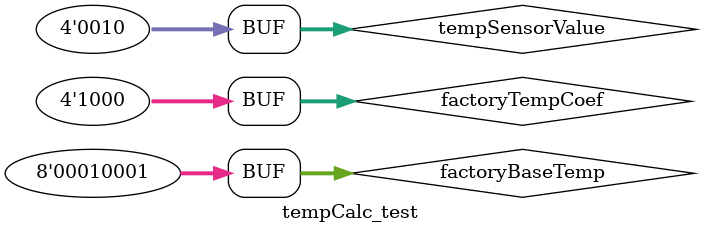
<source format=v>
`timescale 1ns / 1ps


module tempCalc_test;

	// Inputs
	reg [7:0] factoryBaseTemp;
	reg [3:0] factoryTempCoef;
	reg [3:0] tempSensorValue;

	// Outputs
	wire [7:0] temperature;

	// Instantiate the Unit Under Test (UUT)
	TemperatureCalculator uut (
		.factoryBaseTemp(factoryBaseTemp), 
		.factoryTempCoef(factoryTempCoef), 
		.tempSensorValue(tempSensorValue), 
		.temperature(temperature)
	);

	initial begin
		// Initialize Inputs
		factoryBaseTemp = 8'b00000000;
		factoryTempCoef = 4'b0001;
		tempSensorValue = 4'b0010;

		// Wait 100 ns for global reset to finish
		#100;
        
		  
		// Add stimulus here
				// Initialize Inputs
		factoryBaseTemp = 8'b00010001;
		factoryTempCoef = 4'b1000;
		tempSensorValue = 4'b0010;

		// Wait 100 ns for global reset to finish
		#100;
        
		// Add stimulus here

	end
      
endmodule


</source>
